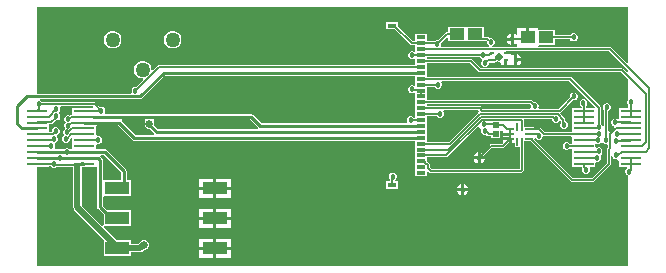
<source format=gbr>
G04*
G04 #@! TF.GenerationSoftware,Altium Limited,Altium Designer,22.4.2 (48)*
G04*
G04 Layer_Physical_Order=1*
G04 Layer_Color=255*
%FSLAX25Y25*%
%MOIN*%
G70*
G04*
G04 #@! TF.SameCoordinates,E734F9EE-B4DD-4720-9605-9BBB33E3B1F9*
G04*
G04*
G04 #@! TF.FilePolarity,Positive*
G04*
G01*
G75*
%ADD14C,0.00500*%
%ADD15R,0.01400X0.01000*%
%ADD16P,0.02687X4X90.0*%
%ADD17R,0.03150X0.01181*%
%ADD18R,0.03150X0.01575*%
%ADD19R,0.04952X0.03985*%
%ADD20R,0.02578X0.00787*%
%ADD21R,0.00787X0.02578*%
%ADD22R,0.08465X0.04331*%
%ADD23R,0.07087X0.00984*%
%ADD24R,0.02047X0.02047*%
%ADD29C,0.01800*%
%ADD30C,0.02500*%
%ADD31C,0.01000*%
%ADD32C,0.02000*%
%ADD33C,0.05000*%
G36*
X295276Y103559D02*
X294814Y103368D01*
X289839Y108343D01*
X289624Y108486D01*
X289370Y108537D01*
X265760D01*
X265377Y108819D01*
X265377Y108919D01*
X265662Y109419D01*
X270896D01*
Y111148D01*
X276033D01*
X276063Y111075D01*
X276429Y110709D01*
X276907Y110511D01*
X277424D01*
X277902Y110709D01*
X278267Y111075D01*
X278465Y111552D01*
Y112070D01*
X278267Y112547D01*
X277902Y112913D01*
X277424Y113111D01*
X276907D01*
X276429Y112913D01*
X276063Y112547D01*
X276033Y112474D01*
X270896D01*
Y114203D01*
X265377D01*
Y114803D01*
X262401D01*
Y111811D01*
X261401D01*
Y114803D01*
X258425D01*
Y112882D01*
X257925Y112675D01*
X257787Y112812D01*
X257211Y113051D01*
Y111202D01*
Y109352D01*
X257787Y109591D01*
X257925Y109728D01*
X258425Y109521D01*
X258425Y108819D01*
X258042Y108537D01*
X250207D01*
X250108Y109037D01*
X250343Y109134D01*
X250708Y109500D01*
X250906Y109978D01*
Y110495D01*
X250708Y110973D01*
X250343Y111338D01*
X249865Y111536D01*
X249348D01*
X249274Y111506D01*
X248908Y111872D01*
X248693Y112015D01*
X248440Y112066D01*
X247274D01*
Y115384D01*
X241655D01*
X241522Y115384D01*
X241155D01*
X241022Y115384D01*
X235403D01*
Y113655D01*
X235060D01*
X234806Y113604D01*
X234591Y113461D01*
X232056Y110926D01*
X231982Y110956D01*
X231465D01*
X230987Y110758D01*
X230734Y110505D01*
X228353D01*
Y112802D01*
X224403D01*
Y110505D01*
X223503D01*
X218510Y115498D01*
Y116935D01*
X214561D01*
Y114561D01*
X217573D01*
X222760Y109374D01*
X222975Y109230D01*
X223228Y109180D01*
X224403D01*
Y107276D01*
X224173Y107135D01*
X223903Y107033D01*
X223487Y107205D01*
X222970D01*
X222492Y107008D01*
X222126Y106642D01*
X221928Y106164D01*
Y105647D01*
X222126Y105169D01*
X222492Y104803D01*
X222970Y104605D01*
X223487D01*
X223903Y104778D01*
X224173Y104676D01*
X224403Y104535D01*
Y102631D01*
X138976D01*
X138723Y102581D01*
X138508Y102437D01*
X136865Y100794D01*
X136365Y101001D01*
Y101405D01*
X136167Y102143D01*
X135785Y102804D01*
X135245Y103344D01*
X134584Y103726D01*
X133846Y103924D01*
X133083D01*
X132345Y103726D01*
X131684Y103344D01*
X131144Y102804D01*
X130762Y102143D01*
X130565Y101405D01*
Y100642D01*
X130762Y99904D01*
X131144Y99243D01*
X131684Y98703D01*
X132345Y98321D01*
X133083Y98124D01*
X133487D01*
X133694Y97624D01*
X131435Y95364D01*
X131361Y95394D01*
X130844D01*
X130366Y95197D01*
X130000Y94831D01*
X129802Y94353D01*
Y93836D01*
X129923Y93544D01*
X129662Y93044D01*
X98425D01*
Y122047D01*
X295276D01*
Y103559D01*
D02*
G37*
G36*
X235403Y111691D02*
Y110600D01*
X241022D01*
X241155Y110600D01*
X241522D01*
X241655Y110600D01*
X247274D01*
Y110740D01*
X247867D01*
X248306Y110495D01*
Y109978D01*
X248504Y109500D01*
X248870Y109134D01*
X249105Y109037D01*
X249006Y108537D01*
X233150D01*
X233037Y108671D01*
X232874Y109037D01*
X233024Y109398D01*
Y109915D01*
X232993Y109988D01*
X234903Y111898D01*
X235403Y111691D01*
D02*
G37*
G36*
X295276Y101031D02*
Y100409D01*
X294814Y100218D01*
X293776Y101256D01*
X293561Y101400D01*
X293307Y101450D01*
X246338D01*
X243382Y104406D01*
X243167Y104549D01*
X242913Y104600D01*
X228353D01*
Y105243D01*
X245718D01*
X245748Y105169D01*
X246114Y104803D01*
X246496Y104645D01*
X246634Y104306D01*
X246663Y104105D01*
X246559Y104002D01*
X246361Y103524D01*
Y103007D01*
X246559Y102529D01*
X246925Y102163D01*
X247403Y101965D01*
X247920D01*
X248397Y102163D01*
X248763Y102529D01*
X248961Y103007D01*
Y103234D01*
X251100D01*
Y103559D01*
X251302Y103599D01*
X251517Y103743D01*
X251764Y103990D01*
X252250Y103504D01*
X252338Y103592D01*
X252800Y103401D01*
Y102634D01*
X254000D01*
Y104134D01*
X255000D01*
Y102634D01*
X256200D01*
X256200Y102634D01*
Y102634D01*
X256700Y102818D01*
X256798Y102720D01*
X257374Y102481D01*
Y104331D01*
Y106180D01*
X256798Y105941D01*
X256700Y105844D01*
X256200Y106051D01*
Y106193D01*
X254500D01*
Y107193D01*
X256200D01*
Y107211D01*
X289096D01*
X295276Y101031D01*
D02*
G37*
G36*
X224403Y95859D02*
X224173Y95718D01*
X223903Y95616D01*
X223487Y95788D01*
X222970D01*
X222492Y95590D01*
X222126Y95225D01*
X221928Y94747D01*
Y94230D01*
X222126Y93752D01*
X222492Y93386D01*
X222970Y93188D01*
X223487D01*
X223903Y93361D01*
X224173Y93258D01*
X224403Y93117D01*
Y89167D01*
Y85169D01*
X224063Y85037D01*
X223903Y85022D01*
X223571Y85354D01*
X223093Y85552D01*
X222576D01*
X222098Y85354D01*
X221733Y84988D01*
X221535Y84511D01*
Y83993D01*
X221656Y83701D01*
X221394Y83201D01*
X173128D01*
X170290Y86039D01*
X169992Y86238D01*
X169641Y86307D01*
X121083D01*
X120846Y86807D01*
X120985Y87143D01*
Y87660D01*
X120787Y88138D01*
X120421Y88504D01*
X119944Y88702D01*
X119426D01*
X119353Y88671D01*
X118083Y89941D01*
X117868Y90085D01*
X117614Y90135D01*
X100001D01*
X99970Y90209D01*
X99605Y90575D01*
X99282Y90708D01*
X99382Y91208D01*
X132677D01*
X133028Y91278D01*
X133326Y91477D01*
X140931Y99082D01*
X224403D01*
Y95859D01*
D02*
G37*
G36*
X284328Y88750D02*
X284121Y88250D01*
X281112D01*
Y88776D01*
X281167Y88799D01*
X281533Y89165D01*
X281730Y89642D01*
Y90159D01*
X281533Y90637D01*
X281167Y91003D01*
X280689Y91201D01*
X280172D01*
X279694Y91003D01*
X279328Y90637D01*
X279130Y90159D01*
Y89642D01*
X279328Y89165D01*
X279694Y88799D01*
X279787Y88760D01*
Y88250D01*
X276506D01*
Y86466D01*
X276506D01*
Y86282D01*
X276506D01*
Y84498D01*
X276506D01*
Y84313D01*
X276506Y84313D01*
X276506Y82529D01*
X276506Y82029D01*
Y80561D01*
X276298Y80147D01*
X267641D01*
X266217Y81571D01*
X266002Y81715D01*
X265748Y81765D01*
X263805D01*
Y81896D01*
X260636D01*
Y83687D01*
X260636D01*
X260557Y84187D01*
X260771Y84524D01*
X260857Y84588D01*
X269960D01*
Y84387D01*
X270158Y83909D01*
X270524Y83544D01*
X271001Y83346D01*
X271518D01*
X271996Y83544D01*
X272362Y83909D01*
X272783Y83870D01*
X272914Y83413D01*
X272716Y82936D01*
Y82419D01*
X272914Y81941D01*
X273279Y81575D01*
X273757Y81377D01*
X274274D01*
X274752Y81575D01*
X275118Y81941D01*
X275316Y82419D01*
Y82936D01*
X275118Y83414D01*
X274752Y83779D01*
X274433Y83911D01*
Y84327D01*
X274383Y84581D01*
X274239Y84796D01*
X272729Y86306D01*
X272726Y86451D01*
X272844Y86898D01*
X272934Y86958D01*
X276833Y90856D01*
X276907Y90826D01*
X277424D01*
X277902Y91024D01*
X278267Y91390D01*
X278465Y91867D01*
Y92385D01*
X278267Y92862D01*
X277902Y93228D01*
X277424Y93426D01*
X276907D01*
X276429Y93228D01*
X276063Y92862D01*
X275865Y92385D01*
Y91867D01*
X275896Y91794D01*
X272191Y88089D01*
X265754D01*
X265420Y88589D01*
X265473Y88718D01*
Y89235D01*
X265275Y89713D01*
X264910Y90079D01*
X264432Y90276D01*
X263915D01*
X263841Y90246D01*
X263461Y90626D01*
X263246Y90770D01*
X262992Y90820D01*
X228353D01*
Y95400D01*
X230757D01*
X230788Y95327D01*
X231153Y94961D01*
X231631Y94763D01*
X232148D01*
X232626Y94961D01*
X232992Y95327D01*
X233190Y95804D01*
Y96322D01*
X232992Y96799D01*
X232923Y96869D01*
X233130Y97369D01*
X275710D01*
X284328Y88750D01*
D02*
G37*
G36*
X262873Y89235D02*
Y88718D01*
X262927Y88589D01*
X262592Y88089D01*
X246915D01*
X246346Y88658D01*
X246131Y88801D01*
X245878Y88852D01*
X228353D01*
Y89495D01*
X262440D01*
X262873Y89235D01*
D02*
G37*
G36*
X116976Y88750D02*
X116709Y88250D01*
X110107D01*
Y86466D01*
X109899Y86053D01*
X109757D01*
X109503Y86002D01*
X109289Y85858D01*
X109191Y85760D01*
X108907Y85878D01*
X108389D01*
X107912Y85680D01*
X107546Y85315D01*
X107348Y84837D01*
Y84320D01*
X107546Y83842D01*
X107912Y83476D01*
X107921Y83429D01*
X107596Y83103D01*
X107398Y82625D01*
Y82108D01*
X107507Y81846D01*
X107526Y81313D01*
X107160Y80947D01*
X106962Y80469D01*
Y79952D01*
X107114Y79586D01*
X107138Y79055D01*
X106772Y78689D01*
X106574Y78211D01*
Y77694D01*
X106772Y77216D01*
X107138Y76851D01*
X107615Y76653D01*
X108133D01*
X108610Y76851D01*
X108976Y77216D01*
X109174Y77694D01*
Y77964D01*
X109607Y78397D01*
X110107Y78190D01*
X110107Y76624D01*
X110107Y76124D01*
X110107Y74655D01*
X109673Y74496D01*
X109232D01*
X109004Y74724D01*
X108526Y74922D01*
X108009D01*
X107531Y74724D01*
X107304Y74496D01*
X104435D01*
X104309Y74672D01*
X104176Y74996D01*
X104338Y75386D01*
Y75903D01*
X104229Y76167D01*
X104209Y76462D01*
X104464Y76764D01*
X104673Y76851D01*
X105039Y77216D01*
X105237Y77694D01*
Y78211D01*
X105039Y78689D01*
X104950Y78778D01*
X105069Y79366D01*
X105243Y79438D01*
X105609Y79804D01*
X105807Y80281D01*
Y80799D01*
X105609Y81276D01*
X105243Y81642D01*
X104765Y81840D01*
X104248D01*
X103770Y81642D01*
X103404Y81276D01*
X103207Y80799D01*
Y80281D01*
X102745Y80147D01*
X102454D01*
X102246Y80561D01*
Y82345D01*
X102246Y82345D01*
X102402Y82780D01*
X103086D01*
X103340Y82831D01*
X103555Y82974D01*
X104713Y84133D01*
X104983D01*
X105461Y84331D01*
X105826Y84697D01*
X106024Y85175D01*
Y85692D01*
X105826Y86169D01*
X105708Y86287D01*
X105509Y86614D01*
X105708Y86941D01*
X105826Y87059D01*
X106024Y87537D01*
Y88054D01*
X105918Y88310D01*
X106202Y88810D01*
X116936D01*
X116976Y88750D01*
D02*
G37*
G36*
X245512Y87300D02*
X245527Y87214D01*
X245422Y86688D01*
X245386Y86664D01*
X235763Y77041D01*
X228353D01*
Y81293D01*
Y85558D01*
X231545D01*
X231575Y85484D01*
X231941Y85118D01*
X232419Y84921D01*
X232936D01*
X233414Y85118D01*
X233779Y85484D01*
X233977Y85962D01*
Y86479D01*
X233779Y86957D01*
X233710Y87026D01*
X233917Y87526D01*
X245335D01*
X245512Y87300D01*
D02*
G37*
G36*
X245594Y100319D02*
X245809Y100175D01*
X246063Y100125D01*
X293033D01*
X295276Y97882D01*
Y91044D01*
X295158Y90926D01*
X294960Y90449D01*
Y89931D01*
X295158Y89454D01*
X295276Y89337D01*
Y88250D01*
X292254D01*
Y86466D01*
X292254D01*
Y86282D01*
X292254D01*
Y84701D01*
X291757Y84491D01*
X291681Y84567D01*
X291203Y84765D01*
X290686D01*
X290209Y84567D01*
X289843Y84201D01*
X289645Y83723D01*
Y83206D01*
X289843Y82728D01*
X290209Y82363D01*
X290458Y82259D01*
X290606Y81710D01*
X290604Y81699D01*
X289155Y80250D01*
X288655Y80457D01*
Y87369D01*
X288925Y87481D01*
X289291Y87846D01*
X289489Y88324D01*
Y88841D01*
X289291Y89319D01*
X288925Y89685D01*
X288448Y89883D01*
X287930D01*
X287453Y89685D01*
X287087Y89319D01*
X286889Y88841D01*
Y88324D01*
X287087Y87846D01*
X287329Y87604D01*
Y82461D01*
X286829Y82362D01*
X286692Y82692D01*
X286327Y83058D01*
X286253Y83089D01*
Y88425D01*
X286203Y88679D01*
X286059Y88894D01*
X276453Y98500D01*
X276238Y98644D01*
X275984Y98694D01*
X228353D01*
Y103274D01*
X242639D01*
X245594Y100319D01*
D02*
G37*
G36*
X172001Y81733D02*
X171894Y81348D01*
X171812Y81233D01*
X138569D01*
X137316Y82486D01*
X137422Y82743D01*
Y83399D01*
X137171Y84005D01*
X137412Y84472D01*
X169261D01*
X172001Y81733D01*
D02*
G37*
G36*
X134373Y84005D02*
X134122Y83399D01*
Y82743D01*
X134373Y82136D01*
X134838Y81672D01*
X135444Y81421D01*
X135785D01*
X137442Y79764D01*
X137336Y79379D01*
X137253Y79264D01*
X131121D01*
X126413Y83972D01*
X126520Y84357D01*
X126602Y84472D01*
X134133D01*
X134373Y84005D01*
D02*
G37*
G36*
X267366Y78821D02*
X276298D01*
X276506Y78408D01*
X276506Y76624D01*
X276394Y76401D01*
X276184Y76351D01*
X275844Y76341D01*
X275536Y76649D01*
X275058Y76847D01*
X274541D01*
X274063Y76649D01*
X273697Y76284D01*
X273500Y75806D01*
Y75289D01*
X273697Y74811D01*
X274063Y74445D01*
X274541Y74247D01*
X275058D01*
X275536Y74445D01*
X275844Y74753D01*
X276184Y74744D01*
X276394Y74693D01*
X276506Y74471D01*
X276506Y74155D01*
Y72687D01*
X276506Y72687D01*
Y72502D01*
X276506D01*
X276506Y72187D01*
Y71034D01*
X276506Y70718D01*
X276506D01*
Y70534D01*
X276506D01*
Y68750D01*
X279787D01*
Y68525D01*
X279837Y68272D01*
X279981Y68057D01*
X280058Y67980D01*
X280027Y67906D01*
Y67389D01*
X280225Y66911D01*
X280591Y66546D01*
X281069Y66348D01*
X281586D01*
X282064Y66546D01*
X282430Y66911D01*
X282627Y67389D01*
Y67906D01*
X282485Y68250D01*
X282717Y68750D01*
X284393D01*
Y70094D01*
X284781Y70354D01*
X285298D01*
X285776Y70551D01*
X286141Y70917D01*
X286339Y71395D01*
Y71912D01*
X286227Y72183D01*
X286196Y72711D01*
X286562Y73077D01*
X286760Y73554D01*
Y74072D01*
X286562Y74549D01*
X286196Y74915D01*
X285718Y75113D01*
X285201D01*
X284893Y74985D01*
X284461Y75204D01*
X284393Y75278D01*
Y76083D01*
X284428Y76126D01*
X284893Y76376D01*
X285174Y76259D01*
X285692D01*
X286170Y76457D01*
X286287Y76575D01*
X286614Y76774D01*
X286941Y76575D01*
X287059Y76457D01*
X287537Y76259D01*
X288054D01*
X288232Y76333D01*
X288732Y76004D01*
Y75103D01*
X288420Y74790D01*
X288276Y74575D01*
X288226Y74322D01*
Y69872D01*
X283303Y64949D01*
X276953D01*
X263933Y77968D01*
X263957Y78085D01*
X264171Y78171D01*
X264490Y78202D01*
X264786Y77906D01*
X265264Y77708D01*
X265781D01*
X266259Y77906D01*
X266625Y78272D01*
X266730Y78526D01*
X267011Y78780D01*
X267323Y78830D01*
X267366Y78821D01*
D02*
G37*
G36*
X245548Y81818D02*
X245587Y81725D01*
X246121Y81190D01*
X246401Y81074D01*
X246310Y80855D01*
Y80338D01*
X246508Y79860D01*
X246873Y79494D01*
X247351Y79296D01*
X247868D01*
X248081Y79384D01*
X248406Y79059D01*
X248621Y78915D01*
X248875Y78865D01*
X249758D01*
Y78104D01*
X252605D01*
Y80654D01*
X253205D01*
Y80752D01*
X253705Y81019D01*
X253706Y81019D01*
Y80028D01*
X255995D01*
Y79027D01*
X253706D01*
Y78453D01*
X255995D01*
Y77953D01*
X256494D01*
Y76559D01*
X257474D01*
Y75368D01*
X259180D01*
Y67986D01*
X229802D01*
X229265Y68522D01*
Y69364D01*
X229215Y69617D01*
X229071Y69832D01*
X228691Y70213D01*
X228476Y70357D01*
X228353Y70381D01*
Y71778D01*
X234646D01*
X234899Y71829D01*
X235114Y71972D01*
X245058Y81916D01*
X245548Y81818D01*
D02*
G37*
G36*
X126301Y66890D02*
Y64140D01*
X120466D01*
X120209Y64534D01*
Y71025D01*
X120139Y71376D01*
X119940Y71673D01*
X119409Y72204D01*
X119444Y72430D01*
X119588Y72704D01*
X120486D01*
X126301Y66890D01*
D02*
G37*
G36*
X117994Y68750D02*
X118374Y68460D01*
Y55315D01*
X118444Y54964D01*
X118642Y54666D01*
X120466Y52842D01*
Y49189D01*
X119986Y48962D01*
X113195Y55753D01*
Y68722D01*
X113793D01*
X113933Y68750D01*
X117994D01*
D02*
G37*
G36*
X130092Y77698D02*
X130390Y77499D01*
X130741Y77429D01*
X224403D01*
Y73419D01*
Y69482D01*
Y65545D01*
X228353D01*
Y66853D01*
X228853Y67060D01*
X229059Y66854D01*
X229274Y66711D01*
X229528Y66660D01*
X259550D01*
X259803Y66711D01*
X260018Y66854D01*
X260311Y67147D01*
X260455Y67362D01*
X260505Y67616D01*
Y75368D01*
X260636D01*
Y77159D01*
X262867D01*
X276209Y63817D01*
X276424Y63674D01*
X276678Y63623D01*
X283577D01*
X283831Y63674D01*
X284046Y63817D01*
X289357Y69129D01*
X289501Y69344D01*
X289551Y69597D01*
Y72152D01*
X290039Y72182D01*
X290236Y71705D01*
X290602Y71339D01*
X291080Y71141D01*
X291597D01*
X291754Y71206D01*
X291934Y71086D01*
X292254Y70718D01*
Y70534D01*
X292254D01*
Y68750D01*
X294938D01*
X295038Y68250D01*
X294871Y68180D01*
X294505Y67815D01*
X294307Y67337D01*
Y66820D01*
X294505Y66342D01*
X294871Y65976D01*
X295276Y65808D01*
Y35433D01*
X98425D01*
Y68750D01*
X102246D01*
Y68979D01*
X102804D01*
X102835Y68905D01*
X103201Y68540D01*
X103678Y68342D01*
X104196D01*
X104673Y68540D01*
X104856Y68722D01*
X110340D01*
Y55161D01*
X110340Y55161D01*
X110449Y54615D01*
X110758Y54152D01*
X120314Y44596D01*
X120466Y44140D01*
X120466D01*
X120466Y44140D01*
Y39009D01*
X129731D01*
Y40147D01*
X132778D01*
X132778Y40147D01*
X133324Y40256D01*
X133787Y40565D01*
X134092Y40870D01*
X134186D01*
X134793Y41121D01*
X135257Y41585D01*
X135508Y42191D01*
Y42848D01*
X135257Y43454D01*
X134793Y43918D01*
X134186Y44170D01*
X133530D01*
X132924Y43918D01*
X132459Y43454D01*
X132333Y43148D01*
X132187Y43002D01*
X129731D01*
Y44140D01*
X124808D01*
X120419Y48529D01*
X120645Y49009D01*
X129731D01*
Y54140D01*
X121764D01*
X120209Y55695D01*
Y58616D01*
X120466Y59009D01*
X129731D01*
Y64140D01*
X128136D01*
Y67270D01*
X128066Y67621D01*
X127867Y67919D01*
X121515Y74271D01*
X121217Y74470D01*
X120866Y74540D01*
X118446D01*
X117994Y74655D01*
X117994Y75040D01*
Y76008D01*
X118485Y76346D01*
X118494Y76346D01*
X119002D01*
X119480Y76544D01*
X119846Y76909D01*
X120044Y77387D01*
Y77904D01*
X119846Y78382D01*
X119480Y78748D01*
X119002Y78946D01*
X118485D01*
X117994Y79283D01*
Y80376D01*
X117994D01*
Y80561D01*
X117994D01*
Y82345D01*
X118428Y82504D01*
X125286D01*
X130092Y77698D01*
D02*
G37*
%LPC*%
G36*
X256211Y113051D02*
X255635Y112812D01*
X255100Y112278D01*
X254862Y111702D01*
X256211D01*
Y113051D01*
D02*
G37*
G36*
Y110702D02*
X254862D01*
X255100Y110125D01*
X255635Y109591D01*
X256211Y109352D01*
Y110702D01*
D02*
G37*
G36*
X143846Y113924D02*
X143083D01*
X142345Y113726D01*
X141684Y113344D01*
X141144Y112804D01*
X140762Y112143D01*
X140565Y111405D01*
Y110642D01*
X140762Y109904D01*
X141144Y109243D01*
X141684Y108703D01*
X142345Y108321D01*
X143083Y108124D01*
X143846D01*
X144584Y108321D01*
X145245Y108703D01*
X145785Y109243D01*
X146167Y109904D01*
X146365Y110642D01*
Y111405D01*
X146167Y112143D01*
X145785Y112804D01*
X145245Y113344D01*
X144584Y113726D01*
X143846Y113924D01*
D02*
G37*
G36*
X123846D02*
X123083D01*
X122345Y113726D01*
X121684Y113344D01*
X121144Y112804D01*
X120762Y112143D01*
X120565Y111405D01*
Y110642D01*
X120762Y109904D01*
X121144Y109243D01*
X121684Y108703D01*
X122345Y108321D01*
X123083Y108124D01*
X123846D01*
X124584Y108321D01*
X125245Y108703D01*
X125785Y109243D01*
X126167Y109904D01*
X126365Y110642D01*
Y111405D01*
X126167Y112143D01*
X125785Y112804D01*
X125245Y113344D01*
X124584Y113726D01*
X123846Y113924D01*
D02*
G37*
G36*
X258374Y106180D02*
Y104831D01*
X259723D01*
X259485Y105407D01*
X258950Y105941D01*
X258374Y106180D01*
D02*
G37*
G36*
X259723Y103831D02*
X258374D01*
Y102481D01*
X258950Y102720D01*
X259485Y103254D01*
X259723Y103831D01*
D02*
G37*
G36*
X255494Y77453D02*
X253706D01*
Y76601D01*
X253358Y76253D01*
X249606D01*
X249353Y76203D01*
X249138Y76059D01*
X246461Y73382D01*
X246169Y73503D01*
Y72154D01*
X247519D01*
X247398Y72445D01*
X249881Y74928D01*
X253632D01*
X253886Y74978D01*
X254101Y75122D01*
X255494Y76516D01*
Y77453D01*
D02*
G37*
G36*
X245169Y73503D02*
X244593Y73264D01*
X244059Y72730D01*
X243820Y72154D01*
X245169D01*
Y73503D01*
D02*
G37*
G36*
X247519Y71153D02*
X246169D01*
Y69804D01*
X246746Y70043D01*
X247280Y70577D01*
X247519Y71153D01*
D02*
G37*
G36*
X245169D02*
X243820D01*
X244059Y70577D01*
X244593Y70043D01*
X245169Y69804D01*
Y71153D01*
D02*
G37*
G36*
X162811Y64740D02*
X158079D01*
Y62075D01*
X162811D01*
Y64740D01*
D02*
G37*
G36*
X157079D02*
X152347D01*
Y62075D01*
X157079D01*
Y64740D01*
D02*
G37*
G36*
X240657Y62873D02*
Y61524D01*
X242007D01*
X241768Y62100D01*
X241234Y62634D01*
X240657Y62873D01*
D02*
G37*
G36*
X239657D02*
X239081Y62634D01*
X238547Y62100D01*
X238308Y61524D01*
X239657D01*
Y62873D01*
D02*
G37*
G36*
X217076Y66709D02*
X216559D01*
X216081Y66511D01*
X215715Y66145D01*
X215517Y65667D01*
Y65150D01*
X215715Y64672D01*
X215873Y64515D01*
Y63786D01*
X214561D01*
Y61411D01*
X218510D01*
Y63786D01*
X217603D01*
X217503Y64286D01*
X217554Y64307D01*
X217919Y64672D01*
X218117Y65150D01*
Y65667D01*
X217919Y66145D01*
X217554Y66511D01*
X217076Y66709D01*
D02*
G37*
G36*
X242007Y60524D02*
X240657D01*
Y59174D01*
X241234Y59413D01*
X241768Y59947D01*
X242007Y60524D01*
D02*
G37*
G36*
X239657D02*
X238308D01*
X238547Y59947D01*
X239081Y59413D01*
X239657Y59174D01*
Y60524D01*
D02*
G37*
G36*
X162811Y61075D02*
X158079D01*
Y58410D01*
X162811D01*
Y61075D01*
D02*
G37*
G36*
X157079D02*
X152347D01*
Y58410D01*
X157079D01*
Y61075D01*
D02*
G37*
G36*
X162811Y54740D02*
X158079D01*
Y52075D01*
X162811D01*
Y54740D01*
D02*
G37*
G36*
X157079D02*
X152347D01*
Y52075D01*
X157079D01*
Y54740D01*
D02*
G37*
G36*
X162811Y51075D02*
X158079D01*
Y48409D01*
X162811D01*
Y51075D01*
D02*
G37*
G36*
X157079D02*
X152347D01*
Y48409D01*
X157079D01*
Y51075D01*
D02*
G37*
G36*
X162811Y44740D02*
X158079D01*
Y42075D01*
X162811D01*
Y44740D01*
D02*
G37*
G36*
X157079D02*
X152347D01*
Y42075D01*
X157079D01*
Y44740D01*
D02*
G37*
G36*
X162811Y41075D02*
X158079D01*
Y38409D01*
X162811D01*
Y41075D01*
D02*
G37*
G36*
X157079D02*
X152347D01*
Y38409D01*
X157079D01*
Y41075D01*
D02*
G37*
%LPD*%
D14*
X247661Y103265D02*
X248530Y104134D01*
X250000D01*
X251048Y104211D02*
X252250Y105413D01*
X252250D01*
X250077Y104211D02*
X251048D01*
X250000Y104134D02*
X250077Y104211D01*
X268020Y111811D02*
X277165D01*
X231724Y109656D02*
X235060Y112992D01*
X238279D01*
X256711Y111202D02*
X261291D01*
X261901Y111811D01*
X251058Y82801D02*
X251181Y82677D01*
X247198Y82801D02*
X251058D01*
X245669Y71653D02*
X249606Y75590D01*
X253632D01*
X255494Y77453D01*
X259550Y67323D02*
X259842Y67616D01*
X229528Y67323D02*
X259550D01*
X227996Y69744D02*
X228222D01*
X228603Y69364D01*
X227703Y70037D02*
Y70132D01*
X226378Y70472D02*
X227362D01*
X228603Y68248D02*
X229528Y67323D01*
X227362Y70472D02*
X227703Y70132D01*
X228603Y68248D02*
Y69364D01*
X227703Y70037D02*
X227996Y69744D01*
X259842Y67616D02*
Y77057D01*
X226378Y105905D02*
X249013D01*
X244398Y112992D02*
X245988Y111403D01*
X248440D01*
X249606Y110236D01*
X287992Y77756D02*
Y88386D01*
X287795Y77559D02*
X287992Y77756D01*
Y88386D02*
X288189Y88583D01*
X246555Y84351D02*
X259528D01*
X270908Y84646D02*
X271260D01*
X226378Y74410D02*
X235341D01*
X236037Y76378D02*
X245855Y86196D01*
X271902D02*
X273770Y84327D01*
Y82923D02*
Y84327D01*
X259842Y81998D02*
Y84037D01*
X259528Y84351D02*
X259842Y84037D01*
X246183Y85251D02*
X270303D01*
X270908Y84646D01*
X234646Y72441D02*
X246555Y84351D01*
X247806Y80596D02*
X248875Y79528D01*
X235341Y74410D02*
X246183Y85251D01*
X248875Y79528D02*
X251181D01*
X247610Y80596D02*
X247806D01*
X226378Y76378D02*
X236037D01*
X245855Y86196D02*
X271902D01*
X273770Y82923D02*
X274016Y82677D01*
X246640Y87426D02*
X272466D01*
X226378Y72441D02*
X234646D01*
X272466Y87426D02*
X277165Y92126D01*
X245878Y88189D02*
X246640Y87426D01*
X262992Y90158D02*
X264173Y88976D01*
X226378Y90158D02*
X262992D01*
X226378Y88189D02*
X245878D01*
X289395Y74828D02*
Y79552D01*
X291295Y81453D01*
X288889Y74322D02*
X289395Y74828D01*
X226378Y96063D02*
X231890D01*
X226378Y96063D02*
X226378Y96063D01*
X226378Y86221D02*
X232677D01*
X226378Y98032D02*
X275984D01*
X226378Y103937D02*
X242913D01*
X275984Y98032D02*
X285590Y88425D01*
X242913Y103937D02*
X246063Y100787D01*
X293307D02*
X301181Y92913D01*
X246063Y100787D02*
X293307D01*
X226378Y105905D02*
X226378Y105905D01*
X223228Y105905D02*
X226378D01*
X223425Y94291D02*
X226181D01*
X226378Y94095D01*
X223228Y94488D02*
X223425Y94291D01*
X226378Y92126D02*
Y94095D01*
X216535Y65127D02*
X216817Y65409D01*
X216535Y62598D02*
Y65127D01*
X223228Y109843D02*
X226378D01*
X226378Y109843D01*
X217323Y115748D02*
X223228Y109843D01*
X216535Y115748D02*
X217323D01*
X285590Y81956D02*
Y88425D01*
X300000Y75590D02*
X301181Y76772D01*
Y92913D01*
X302362Y74803D02*
Y94882D01*
X301138Y73579D02*
X302362Y74803D01*
X289370Y107874D02*
X302362Y94882D01*
X295276Y75547D02*
X295319Y75590D01*
X300000D01*
X296198Y73579D02*
X301138D01*
X226378Y107874D02*
X289370D01*
X249013Y105905D02*
X249800Y106693D01*
X250000D01*
X231538Y109843D02*
X231724Y109656D01*
X226378Y109843D02*
X231538D01*
X222835Y84252D02*
X226378D01*
X276678Y64286D02*
X283577D01*
X263011Y77953D02*
X276678Y64286D01*
X262116Y77953D02*
X263011D01*
X108946Y84578D02*
X109757Y85390D01*
X108648Y84578D02*
X108946D01*
X109757Y85390D02*
X114050D01*
Y87358D02*
X119642D01*
X131102Y94095D02*
X138976Y101969D01*
X114050Y85390D02*
X117094D01*
X119642Y87358D02*
X119685Y87402D01*
X138976Y101969D02*
X226378D01*
X103937Y69642D02*
X104194Y69385D01*
X113793D02*
X114050Y69642D01*
X104194Y69385D02*
X113793D01*
X98302Y69642D02*
X103937D01*
X112062Y69481D02*
X113808Y69884D01*
X114050Y69642D01*
X117614Y89473D02*
X119685Y87402D01*
X98868Y89473D02*
X117614D01*
X102319Y85390D02*
X104724Y87795D01*
X103086Y83443D02*
X104724Y85081D01*
Y85433D01*
X98302Y85390D02*
X102319D01*
X114115Y77581D02*
X118678D01*
X118744Y77646D01*
X114050Y77516D02*
X114115Y77581D01*
X255995Y79528D02*
Y81102D01*
Y77953D02*
Y79528D01*
X255099Y81102D02*
X255995D01*
X251181Y82677D02*
X253524D01*
X255099Y81102D01*
X290945Y83465D02*
X290967Y83443D01*
X296176D02*
X296198Y83421D01*
X290967Y83443D02*
X296176D01*
X296198Y90127D02*
X296260Y90190D01*
X296198Y87358D02*
Y90127D01*
Y85390D02*
Y87358D01*
X280430Y89901D02*
X280450Y89882D01*
Y87358D02*
Y89882D01*
Y85390D02*
Y87358D01*
Y83421D02*
Y85390D01*
X285238Y81956D02*
X285590D01*
X280450Y81453D02*
X284735D01*
X285238Y81956D01*
X280587Y79621D02*
X285357D01*
X280450Y79484D02*
X280587Y79621D01*
X285357D02*
X285494Y79758D01*
X280471Y77537D02*
X285411D01*
X285433Y77559D01*
X280450Y77516D02*
X280471Y77537D01*
X280450Y73579D02*
X280567Y73696D01*
X285343D02*
X285460Y73813D01*
X280567Y73696D02*
X285343D01*
X285018Y71632D02*
X285039Y71653D01*
X280450Y71610D02*
X280471Y71632D01*
X285018D01*
X280450Y68525D02*
X281327Y67648D01*
X280450Y68525D02*
Y69642D01*
X295607Y67078D02*
X296198Y67669D01*
Y69642D01*
Y71610D01*
X292067Y72500D02*
X293146Y73579D01*
X291397Y72500D02*
X292067D01*
X291339Y72441D02*
X291397Y72500D01*
X283577Y64286D02*
X288889Y69597D01*
Y74322D01*
X291479Y77403D02*
X296084D01*
X291366Y77289D02*
X291479Y77403D01*
X296084D02*
X296198Y77516D01*
X291519Y79484D02*
X296198D01*
X293146Y73579D02*
X296198D01*
X274800Y75547D02*
X280450D01*
X291295Y81453D02*
X296198D01*
X265003Y79528D02*
X265523Y79008D01*
X262116Y79528D02*
X265003D01*
X265748Y81102D02*
X267366Y79484D01*
X280450D01*
X262116Y81102D02*
X265748D01*
X108226Y77953D02*
X109757Y79484D01*
X107874Y77953D02*
X108226D01*
X109757Y79484D02*
X114050D01*
X108982Y80459D02*
X109976Y81453D01*
X108511Y80459D02*
X108982D01*
X109976Y81453D02*
X114050D01*
X108262Y80210D02*
X108511Y80459D01*
X108698Y82367D02*
X109753Y83421D01*
X114050D01*
X98324Y83443D02*
X103086D01*
X98302Y83421D02*
X98324Y83443D01*
X98868Y87924D02*
Y89473D01*
X98302Y87358D02*
X98868Y87924D01*
X103451Y79484D02*
X104507Y80540D01*
X98302Y79484D02*
X103451D01*
X103148Y77516D02*
X103585Y77953D01*
X98302Y77516D02*
X103148D01*
X103585Y77953D02*
X103937D01*
X98351Y75596D02*
X102989D01*
X98302Y75547D02*
X98351Y75596D01*
X102989D02*
X103038Y75645D01*
D15*
X250000Y106693D02*
D03*
Y104134D02*
D03*
X254500D02*
D03*
Y106693D02*
D03*
D16*
X252250Y105413D02*
D03*
D17*
X226378Y66535D02*
D03*
Y68504D02*
D03*
Y70472D02*
D03*
Y76378D02*
D03*
Y78347D02*
D03*
Y80315D02*
D03*
Y84252D02*
D03*
Y86221D02*
D03*
Y88189D02*
D03*
Y90158D02*
D03*
Y111811D02*
D03*
Y109843D02*
D03*
Y107874D02*
D03*
Y105905D02*
D03*
Y103937D02*
D03*
Y101969D02*
D03*
Y100000D02*
D03*
Y98032D02*
D03*
Y96063D02*
D03*
Y94095D02*
D03*
Y92126D02*
D03*
Y82284D02*
D03*
Y74410D02*
D03*
Y72441D02*
D03*
D18*
X216535Y115748D02*
D03*
Y62598D02*
D03*
D19*
X238279Y112992D02*
D03*
X244398D02*
D03*
X268020Y111811D02*
D03*
X261901D02*
D03*
D20*
X262116Y77953D02*
D03*
Y79528D02*
D03*
Y81102D02*
D03*
X255995D02*
D03*
Y79528D02*
D03*
Y77953D02*
D03*
D21*
X259842Y81998D02*
D03*
X258268D02*
D03*
Y77057D02*
D03*
X259842D02*
D03*
D22*
X157579Y61575D02*
D03*
Y51575D02*
D03*
Y41575D02*
D03*
X125098D02*
D03*
Y51575D02*
D03*
Y61575D02*
D03*
D23*
X114050Y87358D02*
D03*
Y85390D02*
D03*
Y83421D02*
D03*
Y81453D02*
D03*
Y79484D02*
D03*
Y77516D02*
D03*
Y75547D02*
D03*
Y73579D02*
D03*
Y71610D02*
D03*
Y69642D02*
D03*
X98302Y87358D02*
D03*
Y85390D02*
D03*
Y83421D02*
D03*
Y81453D02*
D03*
Y79484D02*
D03*
Y77516D02*
D03*
Y75547D02*
D03*
Y73579D02*
D03*
Y71610D02*
D03*
Y69642D02*
D03*
X280450D02*
D03*
Y71610D02*
D03*
Y73579D02*
D03*
Y75547D02*
D03*
Y77516D02*
D03*
Y79484D02*
D03*
Y81453D02*
D03*
Y83421D02*
D03*
Y85390D02*
D03*
Y87358D02*
D03*
X296198Y69642D02*
D03*
Y71610D02*
D03*
Y73579D02*
D03*
Y75547D02*
D03*
Y77516D02*
D03*
Y79484D02*
D03*
Y81453D02*
D03*
Y83421D02*
D03*
Y85390D02*
D03*
Y87358D02*
D03*
D24*
X251181Y79528D02*
D03*
Y82677D02*
D03*
D29*
X247661Y103265D02*
D03*
X277165Y111811D02*
D03*
X257874Y104331D02*
D03*
X256711Y111202D02*
D03*
X247198Y82801D02*
D03*
X240158Y61024D02*
D03*
X245669Y71653D02*
D03*
X246850Y105905D02*
D03*
X249606Y110236D02*
D03*
X288189Y88583D02*
D03*
X271260Y84646D02*
D03*
X247610Y80596D02*
D03*
X264173Y88976D02*
D03*
X274016Y82677D02*
D03*
X287795Y77559D02*
D03*
X277165Y92126D02*
D03*
X231890Y96063D02*
D03*
X232677Y86221D02*
D03*
X223228Y105905D02*
D03*
Y94488D02*
D03*
X216817Y65409D02*
D03*
X231724Y109656D02*
D03*
X222835Y84252D02*
D03*
X108648Y84578D02*
D03*
X119685Y87402D02*
D03*
X131102Y94095D02*
D03*
X104724Y87795D02*
D03*
Y85433D02*
D03*
X118744Y77646D02*
D03*
X290945Y83465D02*
D03*
X296260Y90190D02*
D03*
X280430Y89901D02*
D03*
X285590Y81956D02*
D03*
X285494Y79758D02*
D03*
X285433Y77559D02*
D03*
X285460Y73813D02*
D03*
X285039Y71653D02*
D03*
X281327Y67648D02*
D03*
X295607Y67078D02*
D03*
X291339Y72441D02*
D03*
X291366Y77289D02*
D03*
X291519Y79484D02*
D03*
X274800Y75547D02*
D03*
X265523Y79008D02*
D03*
X107874Y77953D02*
D03*
X108262Y80210D02*
D03*
X108698Y82367D02*
D03*
X98868Y89473D02*
D03*
X104507Y80540D02*
D03*
X103937Y77953D02*
D03*
X103038Y75645D02*
D03*
X108268Y73622D02*
D03*
X105804Y71758D02*
D03*
X103937Y69642D02*
D03*
D30*
X135772Y83071D02*
D03*
X133858Y42520D02*
D03*
D31*
X140551Y100000D02*
X226378D01*
X132677Y92126D02*
X140551Y100000D01*
X114050Y83421D02*
X125666D01*
X130741Y78347D01*
X226378D01*
X135772Y82732D02*
X138189Y80315D01*
X135772Y82732D02*
Y83071D01*
X117094Y85390D02*
X169641D01*
X172748Y82284D01*
X138189Y80315D02*
X226378D01*
X172748Y82284D02*
X226378D01*
X93149Y81453D02*
X98302D01*
X91732Y82869D02*
Y88976D01*
Y82869D02*
X93149Y81453D01*
X94882Y92126D02*
X132677D01*
X91732Y88976D02*
X94882Y92126D01*
X119291Y55315D02*
X123031Y51575D01*
X119291Y55315D02*
Y71025D01*
X118705Y71610D02*
X119291Y71025D01*
X105804Y71610D02*
X118705D01*
X98302D02*
X105804D01*
X125553Y61575D02*
X127218Y63240D01*
X125098Y61575D02*
X125553D01*
X127218Y63240D02*
Y67270D01*
X123031Y51575D02*
X125098D01*
X98302Y73579D02*
X114050D01*
X114961Y73622D02*
X120866D01*
X114050Y73579D02*
X114917D01*
X114961Y73622D01*
X120866D02*
X127218Y67270D01*
D32*
X111768Y55161D02*
X125354Y41575D01*
X132778D01*
X125098D02*
X125354D01*
X132778D02*
X133723Y42520D01*
X133858D01*
X111768Y55161D02*
Y68898D01*
D33*
X143465Y111024D02*
D03*
X133465Y101024D02*
D03*
X123465Y111024D02*
D03*
M02*

</source>
